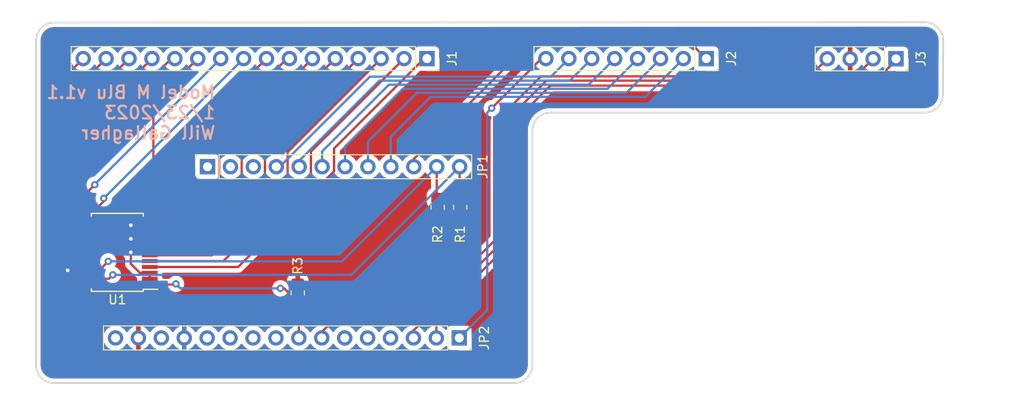
<source format=kicad_pcb>
(kicad_pcb (version 20211014) (generator pcbnew)
  (layers (0 "F.Cu" signal) (31 "B.Cu" signal) (34 "B.Paste" user) (35 "F.Paste" user) (36 "B.SilkS" user "B.Silkscreen") (37 "F.SilkS" user "F.Silkscreen") (38 "B.Mask" user) (39 "F.Mask" user) (44 "Edge.Cuts" user))
  (net 0 "")
  (net 1 "/P00")
  (net 2 "/P01")
  (net 3 "/P02")
  (net 4 "/P03")
  (net 5 "/P04")
  (net 6 "/P05")
  (net 7 "/P06")
  (net 8 "/P07")
  (net 9 "/P10")
  (net 10 "/P11")
  (net 11 "/P12")
  (net 12 "/P13")
  (net 13 "/P14")
  (net 14 "/P15")
  (net 15 "/P16")
  (net 16 "/P17")
  (net 17 "/IO14_A6")
  (net 18 "/IO32_A7")
  (net 19 "/IO15_A8")
  (net 20 "/IO33_A9")
  (net 21 "/IO27_A10")
  (net 22 "/IO12_A11")
  (net 23 "/IO13_A12")
  (net 24 "/IO21")
  (net 25 "/IO17")
  (net 26 "/IO16")
  (net 27 "/A5_IO4")
  (net 28 "VBAT")
  (net 29 "/EN")
  (net 30 "VBUS")
  (net 31 "/SCL")
  (net 32 "/SDA")
  (net 33 "/MISO")
  (net 34 "/MOSI")
  (net 35 "/SCK")
  (net 36 "/A4_IO36")
  (net 37 "/A3_I39")
  (net 38 "/A2_I34")
  (net 39 "/A1_DAC1")
  (net 40 "/A0_DAC2")
  (net 41 "GND")
  (net 43 "3.3V")
  (net 44 "/RESET")
  (footprint "Connector_PinSocket_2.54mm:PinSocket_1x08_P2.54mm_Vertical" (layer "F.Cu") (at 115.28 71 -90)
    (fp_text reference "J2" (at 0 -2.77 -90) (layer "F.SilkS"))
    (fp_text value "Conn_01x08" hide)
    (fp_line (start 1.33 1.27) (end 1.33 19.11) (layer "F.SilkS") (width 0.12))
    (fp_line (start 0 -1.33) (end 1.33 -1.33) (layer "F.SilkS") (width 0.12))
    (fp_line (start 1.33 -1.33) (end 1.33 0) (layer "F.SilkS") (width 0.12))
    (fp_line (start -1.33 1.27) (end 1.33 1.27) (layer "F.SilkS") (width 0.12))
    (fp_line (start -1.33 1.27) (end -1.33 19.11) (layer "F.SilkS") (width 0.12))
    (fp_line (start -1.33 19.11) (end 1.33 19.11) (layer "F.SilkS") (width 0.12))
    (pad "1" thru_hole rect (at 0 0 270) (size 1.7 1.7) (drill 1) (layers *.Cu *.Mask) (net 17 "/IO14_A6"))
    (pad "2" thru_hole oval (at 0 2.54 270) (size 1.7 1.7) (drill 1) (layers *.Cu *.Mask) (net 18 "/IO32_A7"))
    (pad "3" thru_hole oval (at 0 5.08 270) (size 1.7 1.7) (drill 1) (layers *.Cu *.Mask) (net 19 "/IO15_A8"))
    (pad "4" thru_hole oval (at 0 7.62 270) (size 1.7 1.7) (drill 1) (layers *.Cu *.Mask) (net 20 "/IO33_A9"))
    (pad "5" thru_hole oval (at 0 10.16 270) (size 1.7 1.7) (drill 1) (layers *.Cu *.Mask) (net 21 "/IO27_A10"))
    (pad "6" thru_hole oval (at 0 12.7 270) (size 1.7 1.7) (drill 1) (layers *.Cu *.Mask) (net 22 "/IO12_A11"))
    (pad "7" thru_hole oval (at 0 15.24 270) (size 1.7 1.7) (drill 1) (layers *.Cu *.Mask) (net 23 "/IO13_A12"))
    (pad "8" thru_hole oval (at 0 17.78 270) (size 1.7 1.7) (drill 1) (layers *.Cu *.Mask) (net 24 "/IO21"))
  )
  (footprint "Connector_PinSocket_2.54mm:PinSocket_1x16_P2.54mm_Vertical" (layer "F.Cu") (at 84.32 71 -90)
    (fp_text reference "J1" (at 0 -2.77 -90) (layer "F.SilkS"))
    (fp_text value "Conn_01x16" hide)
    (fp_line (start 1.33 1.27) (end 1.33 39.43) (layer "F.SilkS") (width 0.12))
    (fp_line (start 1.33 -1.33) (end 1.33 0) (layer "F.SilkS") (width 0.12))
    (fp_line (start -1.33 39.43) (end 1.33 39.43) (layer "F.SilkS") (width 0.12))
    (fp_line (start 0 -1.33) (end 1.33 -1.33) (layer "F.SilkS") (width 0.12))
    (fp_line (start -1.33 1.27) (end -1.33 39.43) (layer "F.SilkS") (width 0.12))
    (fp_line (start -1.33 1.27) (end 1.33 1.27) (layer "F.SilkS") (width 0.12))
    (pad "1" thru_hole rect (at 0 0 270) (size 1.7 1.7) (drill 1) (layers *.Cu *.Mask) (net 1 "/P00"))
    (pad "2" thru_hole oval (at 0 2.54 270) (size 1.7 1.7) (drill 1) (layers *.Cu *.Mask) (net 2 "/P01"))
    (pad "3" thru_hole oval (at 0 5.08 270) (size 1.7 1.7) (drill 1) (layers *.Cu *.Mask) (net 3 "/P02"))
    (pad "4" thru_hole oval (at 0 7.62 270) (size 1.7 1.7) (drill 1) (layers *.Cu *.Mask) (net 4 "/P03"))
    (pad "5" thru_hole oval (at 0 10.16 270) (size 1.7 1.7) (drill 1) (layers *.Cu *.Mask) (net 5 "/P04"))
    (pad "6" thru_hole oval (at 0 12.7 270) (size 1.7 1.7) (drill 1) (layers *.Cu *.Mask) (net 6 "/P05"))
    (pad "7" thru_hole oval (at 0 15.24 270) (size 1.7 1.7) (drill 1) (layers *.Cu *.Mask) (net 7 "/P06"))
    (pad "8" thru_hole oval (at 0 17.78 270) (size 1.7 1.7) (drill 1) (layers *.Cu *.Mask) (net 8 "/P07"))
    (pad "9" thru_hole oval (at 0 20.32 270) (size 1.7 1.7) (drill 1) (layers *.Cu *.Mask) (net 9 "/P10"))
    (pad "10" thru_hole oval (at 0 22.86 270) (size 1.7 1.7) (drill 1) (layers *.Cu *.Mask) (net 10 "/P11"))
    (pad "11" thru_hole oval (at 0 25.4 270) (size 1.7 1.7) (drill 1) (layers *.Cu *.Mask) (net 11 "/P12"))
    (pad "12" thru_hole oval (at 0 27.94 270) (size 1.7 1.7) (drill 1) (layers *.Cu *.Mask) (net 12 "/P13"))
    (pad "13" thru_hole oval (at 0 30.48 270) (size 1.7 1.7) (drill 1) (layers *.Cu *.Mask) (net 13 "/P14"))
    (pad "14" thru_hole oval (at 0 33.02 270) (size 1.7 1.7) (drill 1) (layers *.Cu *.Mask) (net 14 "/P15"))
    (pad "15" thru_hole oval (at 0 35.56 270) (size 1.7 1.7) (drill 1) (layers *.Cu *.Mask) (net 15 "/P16"))
    (pad "16" thru_hole oval (at 0 38.1 270) (size 1.7 1.7) (drill 1) (layers *.Cu *.Mask) (net 16 "/P17"))
  )
  (footprint "Resistor_SMD:R_0805_2012Metric_Pad1.20x1.40mm_HandSolder" (layer "F.Cu") (at 70 97 -90)
    (fp_text reference "R3" (at -3 0 90) (layer "F.SilkS"))
    (fp_text value "1k")
    (fp_line (start -0.227064 0.735) (end 0.227064 0.735) (layer "F.SilkS") (width 0.12))
    (fp_line (start -0.227064 -0.735) (end 0.227064 -0.735) (layer "F.SilkS") (width 0.12))
    (pad "1" smd roundrect (at -1 0 270) (size 1.2 1.4) (layers "F.Cu" "F.Paste" "F.Mask") (roundrect_rratio 0.2083333333) (net 43 "3.3V"))
    (pad "2" smd roundrect (at 1 0 270) (size 1.2 1.4) (layers "F.Cu" "F.Paste" "F.Mask") (roundrect_rratio 0.2083333333) (net 36 "/A4_IO36"))
  )
  (footprint "Connector_PinSocket_2.54mm:PinSocket_1x16_P2.54mm_Vertical" (layer "F.Cu") (at 87.9 102 -90)
    (fp_text reference "JP2" (at 0 -2.77 -90) (layer "F.SilkS"))
    (fp_text value "HEADER-1X16_MIN" hide)
    (fp_line (start -1.33 1.27) (end -1.33 39.43) (layer "F.SilkS") (width 0.12))
    (fp_line (start -1.33 1.27) (end 1.33 1.27) (layer "F.SilkS") (width 0.12))
    (fp_line (start 0 -1.33) (end 1.33 -1.33) (layer "F.SilkS") (width 0.12))
    (fp_line (start 1.33 -1.33) (end 1.33 0) (layer "F.SilkS") (width 0.12))
    (fp_line (start 1.33 1.27) (end 1.33 39.43) (layer "F.SilkS") (width 0.12))
    (fp_line (start -1.33 39.43) (end 1.33 39.43) (layer "F.SilkS") (width 0.12))
    (pad "1" thru_hole rect (at 0 0 270) (size 1.7 1.7) (drill 1) (layers *.Cu *.Mask) (net 24 "/IO21"))
    (pad "2" thru_hole oval (at 0 2.54 270) (size 1.7 1.7) (drill 1) (layers *.Cu *.Mask) (net 25 "/IO17"))
    (pad "3" thru_hole oval (at 0 5.08 270) (size 1.7 1.7) (drill 1) (layers *.Cu *.Mask) (net 26 "/IO16"))
    (pad "4" thru_hole oval (at 0 7.62 270) (size 1.7 1.7) (drill 1) (layers *.Cu *.Mask) (net 33 "/MISO"))
    (pad "5" thru_hole oval (at 0 10.16 270) (size 1.7 1.7) (drill 1) (layers *.Cu *.Mask) (net 34 "/MOSI"))
    (pad "6" thru_hole oval (at 0 12.7 270) (size 1.7 1.7) (drill 1) (layers *.Cu *.Mask) (net 35 "/SCK"))
    (pad "7" thru_hole oval (at 0 15.24 270) (size 1.7 1.7) (drill 1) (layers *.Cu *.Mask) (net 27 "/A5_IO4"))
    (pad "8" thru_hole oval (at 0 17.78 270) (size 1.7 1.7) (drill 1) (layers *.Cu *.Mask) (net 36 "/A4_IO36"))
    (pad "9" thru_hole oval (at 0 20.32 270) (size 1.7 1.7) (drill 1) (layers *.Cu *.Mask) (net 37 "/A3_I39"))
    (pad "10" thru_hole oval (at 0 22.86 270) (size 1.7 1.7) (drill 1) (layers *.Cu *.Mask) (net 38 "/A2_I34"))
    (pad "11" thru_hole oval (at 0 25.4 270) (size 1.7 1.7) (drill 1) (layers *.Cu *.Mask) (net 39 "/A1_DAC1"))
    (pad "12" thru_hole oval (at 0 27.94 270) (size 1.7 1.7) (drill 1) (layers *.Cu *.Mask) (net 40 "/A0_DAC2"))
    (pad "13" thru_hole oval (at 0 30.48 270) (size 1.7 1.7) (drill 1) (layers *.Cu *.Mask) (net 41 "GND"))
    (pad "14" thru_hole oval (at 0 33.02 270) (size 1.7 1.7) (drill 1) (layers *.Cu *.Mask))
    (pad "15" thru_hole oval (at 0 35.56 270) (size 1.7 1.7) (drill 1) (layers *.Cu *.Mask) (net 43 "3.3V"))
    (pad "16" thru_hole oval (at 0 38.1 270) (size 1.7 1.7) (drill 1) (layers *.Cu *.Mask) (net 44 "/RESET"))
  )
  (footprint "Resistor_SMD:R_0805_2012Metric_Pad1.20x1.40mm_HandSolder" (layer "F.Cu") (at 88 87.5 90)
    (fp_text reference "R1" (at -3 0 90) (layer "F.SilkS"))
    (fp_text value "4.7k")
    (fp_line (start -0.227064 -0.735) (end 0.227064 -0.735) (layer "F.SilkS") (width 0.12))
    (fp_line (start -0.227064 0.735) (end 0.227064 0.735) (layer "F.SilkS") (width 0.12))
    (pad "1" smd roundrect (at -1 0 90) (size 1.2 1.4) (layers "F.Cu" "F.Paste" "F.Mask") (roundrect_rratio 0.2083333333) (net 43 "3.3V"))
    (pad "2" smd roundrect (at 1 0 90) (size 1.2 1.4) (layers "F.Cu" "F.Paste" "F.Mask") (roundrect_rratio 0.2083333333) (net 31 "/SCL"))
  )
  (footprint "Connector_PinSocket_2.54mm:PinSocket_1x04_P2.54mm_Vertical" (layer "F.Cu") (at 136.3 71.025 -90)
    (fp_text reference "J3" (at 0 -2.77 -90) (layer "F.SilkS"))
    (fp_text value "Conn_01x04" hide)
    (fp_line (start 1.33 1.27) (end 1.33 8.95) (layer "F.SilkS") (width 0.12))
    (fp_line (start -1.33 8.95) (end 1.33 8.95) (layer "F.SilkS") (width 0.12))
    (fp_line (start -1.33 1.27) (end -1.33 8.95) (layer "F.SilkS") (width 0.12))
    (fp_line (start 0 -1.33) (end 1.33 -1.33) (layer "F.SilkS") (width 0.12))
    (fp_line (start 1.33 -1.33) (end 1.33 0) (layer "F.SilkS") (width 0.12))
    (fp_line (start -1.33 1.27) (end 1.33 1.27) (layer "F.SilkS") (width 0.12))
    (pad "1" thru_hole rect (at 0 0 270) (size 1.7 1.7) (drill 1) (layers *.Cu *.Mask) (net 25 "/IO17"))
    (pad "2" thru_hole oval (at 0 2.54 270) (size 1.7 1.7) (drill 1) (layers *.Cu *.Mask) (net 26 "/IO16"))
    (pad "3" thru_hole oval (at 0 5.08 270) (size 1.7 1.7) (drill 1) (layers *.Cu *.Mask) (net 43 "3.3V"))
    (pad "4" thru_hole oval (at 0 7.62 270) (size 1.7 1.7) (drill 1) (layers *.Cu *.Mask) (net 27 "/A5_IO4"))
  )
  (footprint "Package_SO:SSOP-24_5.3x8.2mm_P0.65mm" (layer "F.Cu") (at 50 92.5 180)
    (fp_text reference "U1" (at 0 -5.25) (layer "F.SilkS"))
    (fp_text value "PCF8575DBR")
    (fp_line (start -2.875 -4.325) (end -2.875 -4.1) (layer "F.SilkS") (width 0.15))
    (fp_line (start 2.875 4.325) (end 2.875 4.025) (layer "F.SilkS") (width 0.15))
    (fp_line (start -2.875 -4.325) (end 2.875 -4.325) (layer "F.SilkS") (width 0.15))
    (fp_line (start -2.875 4.325) (end 2.875 4.325) (layer "F.SilkS") (width 0.15))
    (fp_line (start -2.875 -4.1) (end -4.475 -4.1) (layer "F.SilkS") (width 0.15))
    (fp_line (start 2.875 -4.325) (end 2.875 -4.025) (layer "F.SilkS") (width 0.15))
    (fp_line (start -2.875 4.325) (end -2.875 4.025) (layer "F.SilkS") (width 0.15))
    (pad "1" smd rect (at -3.6 -3.575 180) (size 1.75 0.45) (layers "F.Cu" "F.Paste" "F.Mask") (net 36 "/A4_IO36"))
    (pad "2" smd rect (at -3.6 -2.925 180) (size 1.75 0.45) (layers "F.Cu" "F.Paste" "F.Mask") (net 41 "GND"))
    (pad "3" smd rect (at -3.6 -2.275 180) (size 1.75 0.45) (layers "F.Cu" "F.Paste" "F.Mask") (net 41 "GND"))
    (pad "4" smd rect (at -3.6 -1.625 180) (size 1.75 0.45) (layers "F.Cu" "F.Paste" "F.Mask") (net 1 "/P00"))
    (pad "5" smd rect (at -3.6 -0.975 180) (size 1.75 0.45) (layers "F.Cu" "F.Paste" "F.Mask") (net 2 "/P01"))
    (pad "6" smd rect (at -3.6 -0.325 180) (size 1.75 0.45) (layers "F.Cu" "F.Paste" "F.Mask") (net 3 "/P02"))
    (pad "7" smd rect (at -3.6 0.325 180) (size 1.75 0.45) (layers "F.Cu" "F.Paste" "F.Mask") (net 4 "/P03"))
    (pad "8" smd rect (at -3.6 0.975 180) (size 1.75 0.45) (layers "F.Cu" "F.Paste" "F.Mask") (net 5 "/P04"))
    (pad "9" smd rect (at -3.6 1.625 180) (size 1.75 0.45) (layers "F.Cu" "F.Paste" "F.Mask") (net 6 "/P05"))
    (pad "10" smd rect (at -3.6 2.275 180) (size 1.75 0.45) (layers "F.Cu" "F.Paste" "F.Mask") (net 7 "/P06"))
    (pad "11" smd rect (at -3.6 2.925 180) (size 1.75 0.45) (layers "F.Cu" "F.Paste" "F.Mask") (net 8 "/P07"))
    (pad "12" smd rect (at -3.6 3.575 180) (size 1.75 0.45) (layers "F.Cu" "F.Paste" "F.Mask") (net 41 "GND"))
    (pad "13" smd rect (at 3.6 3.575 180) (size 1.75 0.45) (layers "F.Cu" "F.Paste" "F.Mask") (net 9 "/P10"))
    (pad "14" smd rect (at 3.6 2.925 180) (size 1.75 0.45) (layers "F.Cu" "F.Paste" "F.Mask") (net 10 "/P11"))
    (pad "15" smd rect (at 3.6 2.275 180) (size 1.75 0.45) (layers "F.Cu" "F.Paste" "F.Mask") (net 11 "/P12"))
    (pad "16" smd rect (at 3.6 1.625 180) (size 1.75 0.45) (layers "F.Cu" "F.Paste" "F.Mask") (net 12 "/P13"))
    (pad "17" smd rect (at 3.6 0.975 180) (size 1.75 0.45) (layers "F.Cu" "F.Paste" "F.Mask") (net 13 "/P14"))
    (pad "18" smd rect (at 3.6 0.325 180) (size 1.75 0.45) (layers "F.Cu" "F.Paste" "F.Mask") (net 14 "/P15"))
    (pad "19" smd rect (at 3.6 -0.325 180) (size 1.75 0.45) (layers "F.Cu" "F.Paste" "F.Mask") (net 15 "/P16"))
    (pad "20" smd rect (at 3.6 -0.975 180) (size 1.75 0.45) (layers "F.Cu" "F.Paste" "F.Mask") (net 16 "/P17"))
    (pad "21" smd rect (at 3.6 -1.625 180) (size 1.75 0.45) (layers "F.Cu" "F.Paste" "F.Mask") (net 41 "GND"))
    (pad "22" smd rect (at 3.6 -2.275 180) (size 1.75 0.45) (layers "F.Cu" "F.Paste" "F.Mask") (net 32 "/SDA"))
    (pad "23" smd rect (at 3.6 -2.925 180) (size 1.75 0.45) (layers "F.Cu" "F.Paste" "F.Mask") (net 31 "/SCL"))
    (pad "24" smd rect (at 3.6 -3.575 180) (size 1.75 0.45) (layers "F.Cu" "F.Paste" "F.Mask") (net 43 "3.3V"))
  )
  (footprint "Resistor_SMD:R_0805_2012Metric_Pad1.20x1.40mm_HandSolder" (layer "F.Cu") (at 85.5 87.5 -90)
    (fp_text reference "R2" (at 3 0 90) (layer "F.SilkS"))
    (fp_text value "4.7k")
    (fp_line (start -0.227064 -0.735) (end 0.227064 -0.735) (layer "F.SilkS") (width 0.12))
    (fp_line (start -0.227064 0.735) (end 0.227064 0.735) (layer "F.SilkS") (width 0.12))
    (pad "1" smd roundrect (at -1 0 270) (size 1.2 1.4) (layers "F.Cu" "F.Paste" "F.Mask") (roundrect_rratio 0.2083333333) (net 32 "/SDA"))
    (pad "2" smd roundrect (at 1 0 270) (size 1.2 1.4) (layers "F.Cu" "F.Paste" "F.Mask") (roundrect_rratio 0.2083333333) (net 43 "3.3V"))
  )
  (footprint "Connector_PinSocket_2.54mm:PinSocket_1x12_P2.54mm_Vertical" (layer "F.Cu") (at 60 83 90)
    (fp_text reference "JP1" (at 0 30.5 90) (layer "F.SilkS"))
    (fp_text value "HEADER-1X12_MIN" hide)
    (fp_line (start -1.33 1.27) (end -1.33 29.27) (layer "F.SilkS") (width 0.12))
    (fp_line (start 1.33 1.27) (end 1.33 29.27) (layer "F.SilkS") (width 0.12))
    (fp_line (start -1.33 29.27) (end 1.33 29.27) (layer "F.SilkS") (width 0.12))
    (fp_line (start -1.33 1.27) (end 1.33 1.27) (layer "F.SilkS") (width 0.12))
    (fp_line (start 1.33 -1.33) (end 1.33 0) (layer "F.SilkS") (width 0.12))
    (fp_line (start 0 -1.33) (end 1.33 -1.33) (layer "F.SilkS") (width 0.12))
    (pad "1" thru_hole rect (at 0 0 90) (size 1.7 1.7) (drill 1) (layers *.Cu *.Mask) (net 28 "VBAT"))
    (pad "2" thru_hole oval (at 0 2.54 90) (size 1.7 1.7) (drill 1) (layers *.Cu *.Mask) (net 29 "/EN"))
    (pad "3" thru_hole oval (at 0 5.08 90) (size 1.7 1.7) (drill 1) (layers *.Cu *.Mask) (net 30 "VBUS"))
    (pad "4" thru_hole oval (at 0 7.62 90) (size 1.7 1.7) (drill 1) (layers *.Cu *.Mask) (net 23 "/IO13_A12"))
    (pad "5" thru_hole oval (at 0 10.16 90) (size 1.7 1.7) (drill 1) (layers *.Cu *.Mask) (net 22 "/IO12_A11"))
    (pad "6" thru_hole oval (at 0 12.7 90) (size 1.7 1.7) (drill 1) (layers *.Cu *.Mask) (net 21 "/IO27_A10"))
    (pad "7" thru_hole oval (at 0 15.24 90) (size 1.7 1.7) (drill 1) (layers *.Cu *.Mask) (net 20 "/IO33_A9"))
    (pad "8" thru_hole oval (at 0 17.78 90) (size 1.7 1.7) (drill 1) (layers *.Cu *.Mask) (net 19 "/IO15_A8"))
    (pad "9" thru_hole oval (at 0 20.32 90) (size 1.7 1.7) (drill 1) (layers *.Cu *.Mask) (net 18 "/IO32_A7"))
    (pad "10" thru_hole oval (at 0 22.86 90) (size 1.7 1.7) (drill 1) (layers *.Cu *.Mask) (net 17 "/IO14_A6"))
    (pad "11" thru_hole oval (at 0 25.4 90) (size 1.7 1.7) (drill 1) (layers *.Cu *.Mask) (net 32 "/SDA"))
    (pad "12" thru_hole oval (at 0 27.94 90) (size 1.7 1.7) (drill 1) (layers *.Cu *.Mask) (net 31 "/SCL"))
  )
  (gr_line (start 96 79) (end 96 105) (layer "Edge.Cuts") (width 0.2))
  (gr_line (start 139.5 66.965113) (end 43 67) (layer "Edge.Cuts") (width 0.2))
  (gr_line (start 141.5 75) (end 141.534887 69) (layer "Edge.Cuts") (width 0.2))
  (gr_arc (start 41 69) (mid 41.585786 67.585786) (end 43 67) (layer "Edge.Cuts") (width 0.2))
  (gr_line (start 43 107) (end 94 107) (layer "Edge.Cuts") (width 0.2))
  (gr_arc (start 43 107) (mid 41.585786 106.414214) (end 41 105) (layer "Edge.Cuts") (width 0.2))
  (gr_arc (start 141.5 75) (mid 140.914214 76.414214) (end 139.5 77) (layer "Edge.Cuts") (width 0.2))
  (gr_line (start 139.5 77) (end 98 77) (layer "Edge.Cuts") (width 0.2))
  (gr_line (start 41 69) (end 41 105) (layer "Edge.Cuts") (width 0.2))
  (gr_arc (start 96 79) (mid 96.585786 77.585786) (end 98 77) (layer "Edge.Cuts") (width 0.2))
  (gr_arc (start 96 105) (mid 95.414214 106.414214) (end 94 107) (layer "Edge.Cuts") (width 0.2))
  (gr_arc (start 139.5 66.965113) (mid 140.938882 67.561118) (end 141.534887 69) (layer "Edge.Cuts") (width 0.2))
  (gr_text "Model M Blu v1.1\n1/23/2023\nWill Gallagher" (at 61 77) (layer "B.SilkS") (effects (font (size 1.4 1.4) (thickness 0.25)) (justify left mirror)))
  (segment (start 68.894389 88.625) (end 74.022864 83.496525) (width 0.25) (layer "F.Cu") (net 1))
  (segment (start 84 71) (end 84.32 71) (width 0.25) (layer "F.Cu") (net 1))
  (segment (start 53.6 94.125) (end 63.390914 94.125) (width 0.25) (layer "F.Cu") (net 1))
  (segment (start 63.390914 94.125) (end 68.944406 88.571508) (width 0.25) (layer "F.Cu") (net 1))
  (segment (start 74.022864 80.977136) (end 84 71) (width 0.25) (layer "F.Cu") (net 1))
  (segment (start 74.022864 83.496525) (end 74.022864 80.977136) (width 0.25) (layer "F.Cu") (net 1))
  (segment (start 67.243821 87.975) (end 71.457482 83.761339) (width 0.25) (layer "F.Cu") (net 2))
  (segment (start 61.756897 93.475) (end 67.355525 87.876372) (width 0.25) (layer "F.Cu") (net 2))
  (segment (start 53.6 93.475) (end 61.756897 93.475) (width 0.25) (layer "F.Cu") (net 2))
  (segment (start 71.457482 83.761339) (end 71.457482 81.322518) (width 0.25) (layer "F.Cu") (net 2))
  (segment (start 71.457482 81.322518) (end 81.78 71) (width 0.25) (layer "F.Cu") (net 2))
  (segment (start 79.24 71) (end 68.87555 81.36445) (width 0.25) (layer "F.Cu") (net 3))
  (segment (start 68.87555 84.488732) (end 66.039282 87.325) (width 0.25) (layer "F.Cu") (net 3))
  (segment (start 68.87555 81.36445) (end 68.87555 84.488732) (width 0.25) (layer "F.Cu") (net 3))
  (segment (start 66.089385 87.230889) (end 60.495274 92.825) (width 0.25) (layer "F.Cu") (net 3))
  (segment (start 60.495274 92.825) (end 53.6 92.825) (width 0.25) (layer "F.Cu") (net 3))
  (segment (start 66.359821 84.140179) (end 66.359821 81.340179) (width 0.25) (layer "F.Cu") (net 4))
  (segment (start 53.6 92.175) (end 58.325 92.175) (width 0.25) (layer "F.Cu") (net 4))
  (segment (start 58.325 92.175) (end 66.359821 84.140179) (width 0.25) (layer "F.Cu") (net 4))
  (segment (start 66.359821 81.340179) (end 76.7 71) (width 0.25) (layer "F.Cu") (net 4))
  (segment (start 74.16 71) (end 63.784838 81.375162) (width 0.25) (layer "F.Cu") (net 5))
  (segment (start 62 86) (end 56.475 91.525) (width 0.25) (layer "F.Cu") (net 5))
  (segment (start 63.784838 81.375162) (end 63.784838 84.215162) (width 0.25) (layer "F.Cu") (net 5))
  (segment (start 56.475 91.525) (end 53.6 91.525) (width 0.25) (layer "F.Cu") (net 5))
  (segment (start 63.784838 84.215162) (end 61.975 86.025) (width 0.25) (layer "F.Cu") (net 5))
  (segment (start 55.382369 90.975489) (end 54 90.975489) (width 0.25) (layer "F.Cu") (net 6))
  (segment (start 71.62 71) (end 61.284511 81.335489) (width 0.25) (layer "F.Cu") (net 6))
  (segment (start 61.284511 81.335489) (end 61.284511 85) (width 0.25) (layer "F.Cu") (net 6))
  (segment (start 61.265635 84.950081) (end 61.265635 85.092223) (width 0.25) (layer "F.Cu") (net 6))
  (segment (start 61.265635 85.092223) (end 55.382369 90.975489) (width 0.25) (layer "F.Cu") (net 6))
  (segment (start 56.027292 89.252029) (end 56.027292 83.785025) (width 0.25) (layer "F.Cu") (net 7))
  (segment (start 68.812317 71) (end 69.08 71) (width 0.25) (layer "F.Cu") (net 7))
  (segment (start 53.6 90.225) (end 55.054321 90.225) (width 0.25) (layer "F.Cu") (net 7))
  (segment (start 56.027292 83.785025) (end 68.812317 71) (width 0.25) (layer "F.Cu") (net 7))
  (segment (start 55.054321 90.225) (end 56.027292 89.252029) (width 0.25) (layer "F.Cu") (net 7))
  (segment (start 55.183199 89.116801) (end 54.725 89.575) (width 0.25) (layer "F.Cu") (net 8))
  (segment (start 55.183199 82.356801) (end 55.183199 89.116801) (width 0.25) (layer "F.Cu") (net 8))
  (segment (start 66.54 71) (end 55.183199 82.356801) (width 0.25) (layer "F.Cu") (net 8))
  (segment (start 54.725 89.575) (end 53.6 89.575) (width 0.25) (layer "F.Cu") (net 8))
  (segment (start 48.5 86.825) (end 46.4 88.925) (width 0.25) (layer "F.Cu") (net 9))
  (segment (start 48.5 86.5) (end 48.5 86.825) (width 0.25) (layer "F.Cu") (net 9))
  (via (at 48.5 86.5) (size 0.8) (drill 0.4) (layers "F.Cu" "B.Cu") (net 9))
  (segment (start 48.5 86.5) (end 64 71) (width 0.25) (layer "B.Cu") (net 9))
  (segment (start 45.300978 89.575) (end 46.4 89.575) (width 0.25) (layer "F.Cu") (net 10))
  (segment (start 45 87.5) (end 45 89.274022) (width 0.25) (layer "F.Cu") (net 10))
  (segment (start 45 89.274022) (end 45.300978 89.575) (width 0.25) (layer "F.Cu") (net 10))
  (segment (start 47.5 85) (end 45 87.5) (width 0.25) (layer "F.Cu") (net 10))
  (via (at 47.5 85) (size 0.8) (drill 0.4) (layers "F.Cu" "B.Cu") (net 10))
  (segment (start 47.5 85) (end 47.5 84.96) (width 0.25) (layer "B.Cu") (net 10))
  (segment (start 47.5 84.96) (end 61.46 71) (width 0.25) (layer "B.Cu") (net 10))
  (segment (start 54 75.92) (end 54 79) (width 0.25) (layer "F.Cu") (net 11))
  (segment (start 54 84.5) (end 48.275 90.225) (width 0.25) (layer "F.Cu") (net 11))
  (segment (start 58.92 71) (end 54 75.92) (width 0.25) (layer "F.Cu") (net 11))
  (segment (start 48.275 90.225) (end 46.4 90.225) (width 0.25) (layer "F.Cu") (net 11))
  (segment (start 54 79) (end 54 84.5) (width 0.25) (layer "F.Cu") (net 11))
  (segment (start 45.300978 90.875) (end 46.4 90.875) (width 0.25) (layer "F.Cu") (net 12))
  (segment (start 44.479991 88.020009) (end 44.479991 82.520009) (width 0.25) (layer "F.Cu") (net 12))
  (segment (start 44.479991 90.054013) (end 45.300978 90.875) (width 0.25) (layer "F.Cu") (net 12))
  (segment (start 44.479991 82.520009) (end 56 71) (width 0.25) (layer "F.Cu") (net 12))
  (segment (start 56 71) (end 56.38 71) (width 0.25) (layer "F.Cu") (net 12))
  (segment (start 44.479991 88.020009) (end 44.479991 90.054013) (width 0.25) (layer "F.Cu") (net 12))
  (segment (start 44 80.84) (end 44 90.25) (width 0.25) (layer "F.Cu") (net 13))
  (segment (start 53.84 71) (end 44 80.84) (width 0.25) (layer "F.Cu") (net 13))
  (segment (start 45.275 91.525) (end 46.4 91.525) (width 0.25) (layer "F.Cu") (net 13))
  (segment (start 44 90.25) (end 45.275 91.525) (width 0.25) (layer "F.Cu") (net 13))
  (segment (start 43.5 90.4) (end 45.275 92.175) (width 0.25) (layer "F.Cu") (net 14))
  (segment (start 45.275 92.175) (end 46.4 92.175) (width 0.25) (layer "F.Cu") (net 14))
  (segment (start 43.5 78.8) (end 43.5 90.4) (width 0.25) (layer "F.Cu") (net 14))
  (segment (start 51.3 71) (end 43.5 78.8) (width 0.25) (layer "F.Cu") (net 14))
  (segment (start 45.275 92.825) (end 46.4 92.825) (width 0.25) (layer "F.Cu") (net 15))
  (segment (start 48.76 71) (end 43 76.76) (width 0.25) (layer "F.Cu") (net 15))
  (segment (start 43 76.76) (end 43 90.55) (width 0.25) (layer "F.Cu") (net 15))
  (segment (start 43 90.55) (end 45.275 92.825) (width 0.25) (layer "F.Cu") (net 15))
  (segment (start 42.5 74.72) (end 42.5 90.7) (width 0.25) (layer "F.Cu") (net 16))
  (segment (start 45.275 93.475) (end 46.4 93.475) (width 0.25) (layer "F.Cu") (net 16))
  (segment (start 42.5 90.7) (end 45.275 93.475) (width 0.25) (layer "F.Cu") (net 16))
  (segment (start 46.22 71) (end 42.5 74.72) (width 0.25) (layer "F.Cu") (net 16))
  (segment (start 113.199351 68.944351) (end 96.055649 68.944351) (width 0.25) (layer "F.Cu") (net 17))
  (segment (start 96.055649 68.944351) (end 82.86 82.14) (width 0.25) (layer "F.Cu") (net 17))
  (segment (start 115.28 71.025) (end 113.199351 68.944351) (width 0.25) (layer "F.Cu") (net 17))
  (segment (start 82.86 82.14) (end 82.86 83) (width 0.25) (layer "F.Cu") (net 17))
  (segment (start 80.32 79.68) (end 84.7524 75.2476) (width 0.25) (layer "B.Cu") (net 18))
  (segment (start 80.32 83) (end 80.32 79.68) (width 0.25) (layer "B.Cu") (net 18))
  (segment (start 108.5174 75.2476) (end 112.74 71.025) (width 0.25) (layer "B.Cu") (net 18))
  (segment (start 84.7524 75.2476) (end 108.5174 75.2476) (width 0.25) (layer "B.Cu") (net 18))
  (segment (start 106.42692 74.79808) (end 110.2 71.025) (width 0.25) (layer "B.Cu") (net 19))
  (segment (start 77.78 83) (end 77.78 80.22) (width 0.25) (layer "B.Cu") (net 19))
  (segment (start 83.20192 74.79808) (end 84.5 74.79808) (width 0.25) (layer "B.Cu") (net 19))
  (segment (start 77.78 80.22) (end 83.20192 74.79808) (width 0.25) (layer "B.Cu") (net 19))
  (segment (start 84.60692 74.79808) (end 106.42692 74.79808) (width 0.25) (layer "B.Cu") (net 19))
  (segment (start 81.65144 74.34856) (end 75.24 80.76) (width 0.25) (layer "B.Cu") (net 20))
  (segment (start 104.33644 74.34856) (end 81.65144 74.34856) (width 0.25) (layer "B.Cu") (net 20))
  (segment (start 75.24 80.76) (end 75.24 83) (width 0.25) (layer "B.Cu") (net 20))
  (segment (start 107.66 71.025) (end 104.33644 74.34856) (width 0.25) (layer "B.Cu") (net 20))
  (segment (start 72.7 83) (end 72.7 81.3) (width 0.25) (layer "B.Cu") (net 21))
  (segment (start 80.10096 73.89904) (end 102.24596 73.89904) (width 0.25) (layer "B.Cu") (net 21))
  (segment (start 102.24596 73.89904) (end 105.12 71.025) (width 0.25) (layer "B.Cu") (net 21))
  (segment (start 72.7 81.3) (end 80.10096 73.89904) (width 0.25) (layer "B.Cu") (net 21))
  (segment (start 70.16 83) (end 70.16 82.34) (width 0.25) (layer "B.Cu") (net 22))
  (segment (start 70.16 82.34) (end 79.05048 73.44952) (width 0.25) (layer "B.Cu") (net 22))
  (segment (start 100.15548 73.44952) (end 102.58 71.025) (width 0.25) (layer "B.Cu") (net 22))
  (segment (start 79.05048 73.44952) (end 100.15548 73.44952) (width 0.25) (layer "B.Cu") (net 22))
  (segment (start 67.62 83) (end 68 83) (width 0.25) (layer "B.Cu") (net 23))
  (segment (start 98.065 73) (end 100.04 71.025) (width 0.25) (layer "B.Cu") (net 23))
  (segment (start 78 73) (end 98.065 73) (width 0.25) (layer "B.Cu") (net 23))
  (segment (start 68 83) (end 78 73) (width 0.25) (layer "B.Cu") (net 23))
  (segment (start 97 71) (end 97.5 71) (width 0.25) (layer "F.Cu") (net 24))
  (segment (start 91.5 76.5) (end 97 71) (width 0.25) (layer "F.Cu") (net 24))
  (via (at 91.5 76.5) (size 0.8) (drill 0.4) (layers "F.Cu" "B.Cu") (net 24))
  (segment (start 91.5 76.5) (end 91 77) (width 0.25) (layer "B.Cu") (net 24))
  (segment (start 91 98.9) (end 87.9 102) (width 0.25) (layer "B.Cu") (net 24))
  (segment (start 91 77) (end 91 98.9) (width 0.25) (layer "B.Cu") (net 24))
  (segment (start 98 74) (end 133.5 74) (width 0.25) (layer "F.Cu") (net 25))
  (segment (start 136.3 71.2) (end 136.3 71.025) (width 0.25) (layer "F.Cu") (net 25))
  (segment (start 94 78) (end 98 74) (width 0.25) (layer "F.Cu") (net 25))
  (segment (start 85.36 102) (end 85.36 99.64) (width 0.25) (layer "F.Cu") (net 25))
  (segment (start 133.5 74) (end 136.3 71.2) (width 0.25) (layer "F.Cu") (net 25))
  (segment (start 94 91) (end 94 78) (width 0.25) (layer "F.Cu") (net 25))
  (segment (start 85.36 99.64) (end 94 91) (width 0.25) (layer "F.Cu") (net 25))
  (segment (start 93 78) (end 93 91) (width 0.25) (layer "F.Cu") (net 26))
  (segment (start 82.82 101.18) (end 82.82 102) (width 0.25) (layer "F.Cu") (net 26))
  (segment (start 131.33548 73.44952) (end 133.76 71.025) (width 0.25) (layer "F.Cu") (net 26))
  (segment (start 131.334405 73.44952) (end 97.55048 73.44952) (width 0.25) (layer "F.Cu") (net 26))
  (segment (start 93 91) (end 82.82 101.18) (width 0.25) (layer "F.Cu") (net 26))
  (segment (start 97.55048 73.44952) (end 93 78) (width 0.25) (layer "F.Cu") (net 26))
  (segment (start 72.66 102) (end 72.66 101.34) (width 0.25) (layer "F.Cu") (net 27))
  (segment (start 86 97) (end 92 91) (width 0.25) (layer "F.Cu") (net 27))
  (segment (start 77 97) (end 86 97) (width 0.25) (layer "F.Cu") (net 27))
  (segment (start 126.720845 72.984155) (end 128.68 71.025) (width 0.25) (layer "F.Cu") (net 27))
  (segment (start 96.960951 72.97119) (end 126.733673 72.97119) (width 0.25) (layer "F.Cu") (net 27))
  (segment (start 92 91) (end 92 77.932141) (width 0.25) (layer "F.Cu") (net 27))
  (segment (start 92 77.932141) (end 96.960951 72.97119) (width 0.25) (layer "F.Cu") (net 27))
  (segment (start 72.66 101.34) (end 77 97) (width 0.25) (layer "F.Cu") (net 27))
  (segment (start 49.5 95) (end 49.075 95.425) (width 0.25) (layer "F.Cu") (net 31))
  (segment (start 49.075 95.425) (end 46.4 95.425) (width 0.25) (layer "F.Cu") (net 31))
  (segment (start 88 86.5) (end 87.94 86.44) (width 0.25) (layer "F.Cu") (net 31))
  (segment (start 87.94 86.44) (end 87.94 83) (width 0.25) (layer "F.Cu") (net 31))
  (via (at 49.5 95) (size 0.8) (drill 0.4) (layers "F.Cu" "B.Cu") (net 31))
  (segment (start 75.94 95) (end 87.94 83) (width 0.25) (layer "B.Cu") (net 31))
  (segment (start 49.5 95) (end 73.5 95) (width 0.25) (layer "B.Cu") (net 31))
  (segment (start 73.4 95) (end 75.94 95) (width 0.25) (layer "B.Cu") (net 31))
  (segment (start 47.725 94.775) (end 46.4 94.775) (width 0.25) (layer "F.Cu") (net 32))
  (segment (start 85.4 86.4) (end 85.4 83) (width 0.25) (layer "F.Cu") (net 32))
  (segment (start 85.5 86.5) (end 85.4 86.4) (width 0.25) (layer "F.Cu") (net 32))
  (segment (start 49 93.5) (end 47.725 94.775) (width 0.25) (layer "F.Cu") (net 32))
  (via (at 49 93.5) (size 0.8) (drill 0.4) (layers "F.Cu" "B.Cu") (net 32))
  (segment (start 74.9 93.5) (end 85.4 83) (width 0.25) (layer "B.Cu") (net 32))
  (segment (start 49 93.5) (end 74.9 93.5) (width 0.25) (layer "B.Cu") (net 32))
  (segment (start 68.075 96.5) (end 68.5 96.5) (width 0.25) (layer "F.Cu") (net 36))
  (segment (start 68.5 96.5) (end 70 98) (width 0.25) (layer "F.Cu") (net 36))
  (segment (start 70 98) (end 70.12 98.12) (width 0.25) (layer "F.Cu") (net 36))
  (segment (start 56.425 96.075) (end 53.6 96.075) (width 0.25) (layer "F.Cu") (net 36))
  (segment (start 56.5 96) (end 56.425 96.075) (width 0.25) (layer "F.Cu") (net 36))
  (segment (start 70.12 98.12) (end 70.12 102) (width 0.25) (layer "F.Cu") (net 36))
  (via (at 56.5 96) (size 0.8) (drill 0.4) (layers "F.Cu" "B.Cu") (net 36))
  (via (at 68.075 96.5) (size 0.8) (drill 0.4) (layers "F.Cu" "B.Cu") (net 36))
  (segment (start 68.075 96.5) (end 57 96.5) (width 0.25) (layer "B.Cu") (net 36))
  (segment (start 57 96.5) (end 56.5 96) (width 0.25) (layer "B.Cu") (net 36))
  (segment (start 44.875 94.125) (end 44.5 94.5) (width 0.25) (layer "F.Cu") (net 41))
  (segment (start 53.6 88.925) (end 52.075 88.925) (width 0.25) (layer "F.Cu") (net 41))
  (segment (start 52.500978 94.775) (end 51.5 93.774022) (width 0.25) (layer "F.Cu") (net 41))
  (segment (start 53.6 94.775) (end 52.500978 94.775) (width 0.25) (layer "F.Cu") (net 41))
  (segment (start 53.6 95.425) (end 53.6 94.775) (width 0.25) (layer "F.Cu") (net 41))
  (segment (start 52.075 88.925) (end 51.5 89.5) (width 0.25) (layer "F.Cu") (net 41))
  (segment (start 51.5 93.774022) (end 51.5 89.5) (width 0.25) (layer "F.Cu") (net 41))
  (segment (start 46.4 94.125) (end 44.875 94.125) (width 0.25) (layer "F.Cu") (net 41))
  (via (at 51.5 89.5) (size 0.8) (drill 0.4) (layers "F.Cu" "B.Cu") (net 41))
  (via (at 44.5 94.5) (size 0.8) (drill 0.4) (layers "F.Cu" "B.Cu") (net 41))
  (via (at 51.5 92.5) (size 0.8) (drill 0.4) (layers "F.Cu" "B.Cu") (net 41))
  (via (at 51.5 91) (size 0.8) (drill 0.4) (layers "F.Cu" "B.Cu") (net 41))
  (zone (net 43) (net_name "3.3V") (layer "F.Cu") (connect_pads (clearance 0.508)) (min_thickness 0.254) (fill yes (thermal_gap 0.508) (thermal_bridge_width 0.508))
    (polygon (pts (xy 141.964345 64.998334) (xy 141 108) (xy 39 108) (xy 40 66)))
  )
  (zone (net 41) (net_name "GND") (layer "B.Cu") (connect_pads (clearance 0.508)) (min_thickness 0.254) (fill yes (thermal_gap 0.508) (thermal_bridge_width 0.508))
    (polygon (pts (xy 150 109) (xy 99.5 109.5) (xy 39 110) (xy 37 108) (xy 37 66) (xy 150.5 64.5)))
  )
)
</source>
